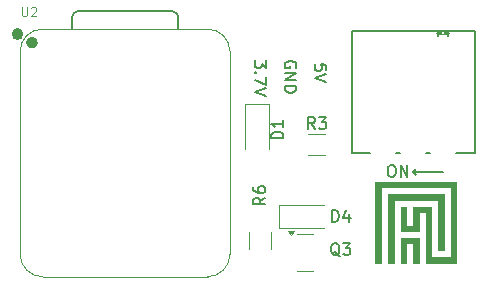
<source format=gbr>
%TF.GenerationSoftware,KiCad,Pcbnew,9.0.1*%
%TF.CreationDate,2025-04-11T12:26:53-04:00*%
%TF.ProjectId,Pneumatactors_1Xiao_CompactControl_Battery,506e6575-6d61-4746-9163-746f72735f31,rev?*%
%TF.SameCoordinates,Original*%
%TF.FileFunction,Legend,Top*%
%TF.FilePolarity,Positive*%
%FSLAX46Y46*%
G04 Gerber Fmt 4.6, Leading zero omitted, Abs format (unit mm)*
G04 Created by KiCad (PCBNEW 9.0.1) date 2025-04-11 12:26:53*
%MOMM*%
%LPD*%
G01*
G04 APERTURE LIST*
%ADD10C,0.150000*%
%ADD11C,0.106680*%
%ADD12C,0.120000*%
%ADD13C,0.152400*%
%ADD14C,0.000000*%
%ADD15C,0.100000*%
%ADD16C,0.127000*%
%ADD17C,0.504000*%
G04 APERTURE END LIST*
D10*
X50038000Y-32766000D02*
X49784000Y-33020000D01*
X52324000Y-33020000D02*
X49784000Y-33020000D01*
X49784000Y-33020000D02*
X50038000Y-33274000D01*
X49784000Y-33020000D02*
X50038000Y-32766000D01*
X47894952Y-32474819D02*
X48085428Y-32474819D01*
X48085428Y-32474819D02*
X48180666Y-32522438D01*
X48180666Y-32522438D02*
X48275904Y-32617676D01*
X48275904Y-32617676D02*
X48323523Y-32808152D01*
X48323523Y-32808152D02*
X48323523Y-33141485D01*
X48323523Y-33141485D02*
X48275904Y-33331961D01*
X48275904Y-33331961D02*
X48180666Y-33427200D01*
X48180666Y-33427200D02*
X48085428Y-33474819D01*
X48085428Y-33474819D02*
X47894952Y-33474819D01*
X47894952Y-33474819D02*
X47799714Y-33427200D01*
X47799714Y-33427200D02*
X47704476Y-33331961D01*
X47704476Y-33331961D02*
X47656857Y-33141485D01*
X47656857Y-33141485D02*
X47656857Y-32808152D01*
X47656857Y-32808152D02*
X47704476Y-32617676D01*
X47704476Y-32617676D02*
X47799714Y-32522438D01*
X47799714Y-32522438D02*
X47894952Y-32474819D01*
X48752095Y-33474819D02*
X48752095Y-32474819D01*
X48752095Y-32474819D02*
X49323523Y-33474819D01*
X49323523Y-33474819D02*
X49323523Y-32474819D01*
X43592761Y-40174057D02*
X43497523Y-40126438D01*
X43497523Y-40126438D02*
X43402285Y-40031200D01*
X43402285Y-40031200D02*
X43259428Y-39888342D01*
X43259428Y-39888342D02*
X43164190Y-39840723D01*
X43164190Y-39840723D02*
X43068952Y-39840723D01*
X43116571Y-40078819D02*
X43021333Y-40031200D01*
X43021333Y-40031200D02*
X42926095Y-39935961D01*
X42926095Y-39935961D02*
X42878476Y-39745485D01*
X42878476Y-39745485D02*
X42878476Y-39412152D01*
X42878476Y-39412152D02*
X42926095Y-39221676D01*
X42926095Y-39221676D02*
X43021333Y-39126438D01*
X43021333Y-39126438D02*
X43116571Y-39078819D01*
X43116571Y-39078819D02*
X43307047Y-39078819D01*
X43307047Y-39078819D02*
X43402285Y-39126438D01*
X43402285Y-39126438D02*
X43497523Y-39221676D01*
X43497523Y-39221676D02*
X43545142Y-39412152D01*
X43545142Y-39412152D02*
X43545142Y-39745485D01*
X43545142Y-39745485D02*
X43497523Y-39935961D01*
X43497523Y-39935961D02*
X43402285Y-40031200D01*
X43402285Y-40031200D02*
X43307047Y-40078819D01*
X43307047Y-40078819D02*
X43116571Y-40078819D01*
X43878476Y-39078819D02*
X44497523Y-39078819D01*
X44497523Y-39078819D02*
X44164190Y-39459771D01*
X44164190Y-39459771D02*
X44307047Y-39459771D01*
X44307047Y-39459771D02*
X44402285Y-39507390D01*
X44402285Y-39507390D02*
X44449904Y-39555009D01*
X44449904Y-39555009D02*
X44497523Y-39650247D01*
X44497523Y-39650247D02*
X44497523Y-39888342D01*
X44497523Y-39888342D02*
X44449904Y-39983580D01*
X44449904Y-39983580D02*
X44402285Y-40031200D01*
X44402285Y-40031200D02*
X44307047Y-40078819D01*
X44307047Y-40078819D02*
X44021333Y-40078819D01*
X44021333Y-40078819D02*
X43926095Y-40031200D01*
X43926095Y-40031200D02*
X43878476Y-39983580D01*
X51796819Y-21266149D02*
X52034914Y-21266149D01*
X51939676Y-21504244D02*
X52034914Y-21266149D01*
X52034914Y-21266149D02*
X51939676Y-21028054D01*
X52225390Y-21409006D02*
X52034914Y-21266149D01*
X52034914Y-21266149D02*
X52225390Y-21123292D01*
X52887180Y-21266150D02*
X52649085Y-21266150D01*
X52744323Y-21028055D02*
X52649085Y-21266150D01*
X52649085Y-21266150D02*
X52744323Y-21504245D01*
X52458609Y-21123293D02*
X52649085Y-21266150D01*
X52649085Y-21266150D02*
X52458609Y-21409007D01*
X42949905Y-37284819D02*
X42949905Y-36284819D01*
X42949905Y-36284819D02*
X43188000Y-36284819D01*
X43188000Y-36284819D02*
X43330857Y-36332438D01*
X43330857Y-36332438D02*
X43426095Y-36427676D01*
X43426095Y-36427676D02*
X43473714Y-36522914D01*
X43473714Y-36522914D02*
X43521333Y-36713390D01*
X43521333Y-36713390D02*
X43521333Y-36856247D01*
X43521333Y-36856247D02*
X43473714Y-37046723D01*
X43473714Y-37046723D02*
X43426095Y-37141961D01*
X43426095Y-37141961D02*
X43330857Y-37237200D01*
X43330857Y-37237200D02*
X43188000Y-37284819D01*
X43188000Y-37284819D02*
X42949905Y-37284819D01*
X44378476Y-36618152D02*
X44378476Y-37284819D01*
X44140381Y-36237200D02*
X43902286Y-36951485D01*
X43902286Y-36951485D02*
X44521333Y-36951485D01*
X37284819Y-35218666D02*
X36808628Y-35551999D01*
X37284819Y-35790094D02*
X36284819Y-35790094D01*
X36284819Y-35790094D02*
X36284819Y-35409142D01*
X36284819Y-35409142D02*
X36332438Y-35313904D01*
X36332438Y-35313904D02*
X36380057Y-35266285D01*
X36380057Y-35266285D02*
X36475295Y-35218666D01*
X36475295Y-35218666D02*
X36618152Y-35218666D01*
X36618152Y-35218666D02*
X36713390Y-35266285D01*
X36713390Y-35266285D02*
X36761009Y-35313904D01*
X36761009Y-35313904D02*
X36808628Y-35409142D01*
X36808628Y-35409142D02*
X36808628Y-35790094D01*
X36284819Y-34361523D02*
X36284819Y-34551999D01*
X36284819Y-34551999D02*
X36332438Y-34647237D01*
X36332438Y-34647237D02*
X36380057Y-34694856D01*
X36380057Y-34694856D02*
X36522914Y-34790094D01*
X36522914Y-34790094D02*
X36713390Y-34837713D01*
X36713390Y-34837713D02*
X37094342Y-34837713D01*
X37094342Y-34837713D02*
X37189580Y-34790094D01*
X37189580Y-34790094D02*
X37237200Y-34742475D01*
X37237200Y-34742475D02*
X37284819Y-34647237D01*
X37284819Y-34647237D02*
X37284819Y-34456761D01*
X37284819Y-34456761D02*
X37237200Y-34361523D01*
X37237200Y-34361523D02*
X37189580Y-34313904D01*
X37189580Y-34313904D02*
X37094342Y-34266285D01*
X37094342Y-34266285D02*
X36856247Y-34266285D01*
X36856247Y-34266285D02*
X36761009Y-34313904D01*
X36761009Y-34313904D02*
X36713390Y-34361523D01*
X36713390Y-34361523D02*
X36665771Y-34456761D01*
X36665771Y-34456761D02*
X36665771Y-34647237D01*
X36665771Y-34647237D02*
X36713390Y-34742475D01*
X36713390Y-34742475D02*
X36761009Y-34790094D01*
X36761009Y-34790094D02*
X36856247Y-34837713D01*
X41489333Y-29410819D02*
X41156000Y-28934628D01*
X40917905Y-29410819D02*
X40917905Y-28410819D01*
X40917905Y-28410819D02*
X41298857Y-28410819D01*
X41298857Y-28410819D02*
X41394095Y-28458438D01*
X41394095Y-28458438D02*
X41441714Y-28506057D01*
X41441714Y-28506057D02*
X41489333Y-28601295D01*
X41489333Y-28601295D02*
X41489333Y-28744152D01*
X41489333Y-28744152D02*
X41441714Y-28839390D01*
X41441714Y-28839390D02*
X41394095Y-28887009D01*
X41394095Y-28887009D02*
X41298857Y-28934628D01*
X41298857Y-28934628D02*
X40917905Y-28934628D01*
X41822667Y-28410819D02*
X42441714Y-28410819D01*
X42441714Y-28410819D02*
X42108381Y-28791771D01*
X42108381Y-28791771D02*
X42251238Y-28791771D01*
X42251238Y-28791771D02*
X42346476Y-28839390D01*
X42346476Y-28839390D02*
X42394095Y-28887009D01*
X42394095Y-28887009D02*
X42441714Y-28982247D01*
X42441714Y-28982247D02*
X42441714Y-29220342D01*
X42441714Y-29220342D02*
X42394095Y-29315580D01*
X42394095Y-29315580D02*
X42346476Y-29363200D01*
X42346476Y-29363200D02*
X42251238Y-29410819D01*
X42251238Y-29410819D02*
X41965524Y-29410819D01*
X41965524Y-29410819D02*
X41870286Y-29363200D01*
X41870286Y-29363200D02*
X41822667Y-29315580D01*
X38808819Y-30202094D02*
X37808819Y-30202094D01*
X37808819Y-30202094D02*
X37808819Y-29963999D01*
X37808819Y-29963999D02*
X37856438Y-29821142D01*
X37856438Y-29821142D02*
X37951676Y-29725904D01*
X37951676Y-29725904D02*
X38046914Y-29678285D01*
X38046914Y-29678285D02*
X38237390Y-29630666D01*
X38237390Y-29630666D02*
X38380247Y-29630666D01*
X38380247Y-29630666D02*
X38570723Y-29678285D01*
X38570723Y-29678285D02*
X38665961Y-29725904D01*
X38665961Y-29725904D02*
X38761200Y-29821142D01*
X38761200Y-29821142D02*
X38808819Y-29963999D01*
X38808819Y-29963999D02*
X38808819Y-30202094D01*
X38808819Y-28678285D02*
X38808819Y-29249713D01*
X38808819Y-28963999D02*
X37808819Y-28963999D01*
X37808819Y-28963999D02*
X37951676Y-29059237D01*
X37951676Y-29059237D02*
X38046914Y-29154475D01*
X38046914Y-29154475D02*
X38094533Y-29249713D01*
D11*
X16680814Y-19065391D02*
X16680814Y-19698698D01*
X16680814Y-19698698D02*
X16718068Y-19773204D01*
X16718068Y-19773204D02*
X16755321Y-19810458D01*
X16755321Y-19810458D02*
X16829828Y-19847711D01*
X16829828Y-19847711D02*
X16978841Y-19847711D01*
X16978841Y-19847711D02*
X17053348Y-19810458D01*
X17053348Y-19810458D02*
X17090601Y-19773204D01*
X17090601Y-19773204D02*
X17127854Y-19698698D01*
X17127854Y-19698698D02*
X17127854Y-19065391D01*
X17463134Y-19139898D02*
X17500387Y-19102644D01*
X17500387Y-19102644D02*
X17574894Y-19065391D01*
X17574894Y-19065391D02*
X17761161Y-19065391D01*
X17761161Y-19065391D02*
X17835667Y-19102644D01*
X17835667Y-19102644D02*
X17872921Y-19139898D01*
X17872921Y-19139898D02*
X17910174Y-19214404D01*
X17910174Y-19214404D02*
X17910174Y-19288911D01*
X17910174Y-19288911D02*
X17872921Y-19400671D01*
X17872921Y-19400671D02*
X17425881Y-19847711D01*
X17425881Y-19847711D02*
X17910174Y-19847711D01*
D10*
X37393180Y-23613541D02*
X37393180Y-24232588D01*
X37393180Y-24232588D02*
X37012228Y-23899255D01*
X37012228Y-23899255D02*
X37012228Y-24042112D01*
X37012228Y-24042112D02*
X36964609Y-24137350D01*
X36964609Y-24137350D02*
X36916990Y-24184969D01*
X36916990Y-24184969D02*
X36821752Y-24232588D01*
X36821752Y-24232588D02*
X36583657Y-24232588D01*
X36583657Y-24232588D02*
X36488419Y-24184969D01*
X36488419Y-24184969D02*
X36440800Y-24137350D01*
X36440800Y-24137350D02*
X36393180Y-24042112D01*
X36393180Y-24042112D02*
X36393180Y-23756398D01*
X36393180Y-23756398D02*
X36440800Y-23661160D01*
X36440800Y-23661160D02*
X36488419Y-23613541D01*
X36488419Y-24661160D02*
X36440800Y-24708779D01*
X36440800Y-24708779D02*
X36393180Y-24661160D01*
X36393180Y-24661160D02*
X36440800Y-24613541D01*
X36440800Y-24613541D02*
X36488419Y-24661160D01*
X36488419Y-24661160D02*
X36393180Y-24661160D01*
X37393180Y-25042112D02*
X37393180Y-25708778D01*
X37393180Y-25708778D02*
X36393180Y-25280207D01*
X37393180Y-25946874D02*
X36393180Y-26280207D01*
X36393180Y-26280207D02*
X37393180Y-26613540D01*
X39885561Y-24232588D02*
X39933180Y-24137350D01*
X39933180Y-24137350D02*
X39933180Y-23994493D01*
X39933180Y-23994493D02*
X39885561Y-23851636D01*
X39885561Y-23851636D02*
X39790323Y-23756398D01*
X39790323Y-23756398D02*
X39695085Y-23708779D01*
X39695085Y-23708779D02*
X39504609Y-23661160D01*
X39504609Y-23661160D02*
X39361752Y-23661160D01*
X39361752Y-23661160D02*
X39171276Y-23708779D01*
X39171276Y-23708779D02*
X39076038Y-23756398D01*
X39076038Y-23756398D02*
X38980800Y-23851636D01*
X38980800Y-23851636D02*
X38933180Y-23994493D01*
X38933180Y-23994493D02*
X38933180Y-24089731D01*
X38933180Y-24089731D02*
X38980800Y-24232588D01*
X38980800Y-24232588D02*
X39028419Y-24280207D01*
X39028419Y-24280207D02*
X39361752Y-24280207D01*
X39361752Y-24280207D02*
X39361752Y-24089731D01*
X38933180Y-24708779D02*
X39933180Y-24708779D01*
X39933180Y-24708779D02*
X38933180Y-25280207D01*
X38933180Y-25280207D02*
X39933180Y-25280207D01*
X38933180Y-25756398D02*
X39933180Y-25756398D01*
X39933180Y-25756398D02*
X39933180Y-25994493D01*
X39933180Y-25994493D02*
X39885561Y-26137350D01*
X39885561Y-26137350D02*
X39790323Y-26232588D01*
X39790323Y-26232588D02*
X39695085Y-26280207D01*
X39695085Y-26280207D02*
X39504609Y-26327826D01*
X39504609Y-26327826D02*
X39361752Y-26327826D01*
X39361752Y-26327826D02*
X39171276Y-26280207D01*
X39171276Y-26280207D02*
X39076038Y-26232588D01*
X39076038Y-26232588D02*
X38980800Y-26137350D01*
X38980800Y-26137350D02*
X38933180Y-25994493D01*
X38933180Y-25994493D02*
X38933180Y-25756398D01*
X42473180Y-24438969D02*
X42473180Y-23962779D01*
X42473180Y-23962779D02*
X41996990Y-23915160D01*
X41996990Y-23915160D02*
X42044609Y-23962779D01*
X42044609Y-23962779D02*
X42092228Y-24058017D01*
X42092228Y-24058017D02*
X42092228Y-24296112D01*
X42092228Y-24296112D02*
X42044609Y-24391350D01*
X42044609Y-24391350D02*
X41996990Y-24438969D01*
X41996990Y-24438969D02*
X41901752Y-24486588D01*
X41901752Y-24486588D02*
X41663657Y-24486588D01*
X41663657Y-24486588D02*
X41568419Y-24438969D01*
X41568419Y-24438969D02*
X41520800Y-24391350D01*
X41520800Y-24391350D02*
X41473180Y-24296112D01*
X41473180Y-24296112D02*
X41473180Y-24058017D01*
X41473180Y-24058017D02*
X41520800Y-23962779D01*
X41520800Y-23962779D02*
X41568419Y-23915160D01*
X42473180Y-24772303D02*
X41473180Y-25105636D01*
X41473180Y-25105636D02*
X42473180Y-25438969D01*
D12*
%TO.C,Q3*%
X40640000Y-38318000D02*
X39990000Y-38318000D01*
X40640000Y-38318000D02*
X41290000Y-38318000D01*
X40640000Y-41438000D02*
X39990000Y-41438000D01*
X40640000Y-41438000D02*
X41290000Y-41438000D01*
X39477500Y-38368000D02*
X39237500Y-38038000D01*
X39717500Y-38038000D01*
X39477500Y-38368000D01*
G36*
X39477500Y-38368000D02*
G01*
X39237500Y-38038000D01*
X39717500Y-38038000D01*
X39477500Y-38368000D01*
G37*
D13*
%TO.C,U1*%
X44595000Y-21139150D02*
X44595000Y-31426150D01*
X44595000Y-31426150D02*
X46136301Y-31426150D01*
X48387699Y-31426150D02*
X48676301Y-31426150D01*
X50927699Y-31426150D02*
X51216301Y-31426150D01*
X53467699Y-31426150D02*
X55009000Y-31426150D01*
X55009000Y-21139150D02*
X44595000Y-21139150D01*
X55009000Y-31426150D02*
X55009000Y-21139150D01*
D12*
%TO.C,D4*%
X38430000Y-35830000D02*
X38430000Y-37830000D01*
X38430000Y-35830000D02*
X42290000Y-35830000D01*
X38430000Y-37830000D02*
X42290000Y-37830000D01*
%TO.C,R6*%
X35920000Y-38134936D02*
X35920000Y-39589064D01*
X37740000Y-38134936D02*
X37740000Y-39589064D01*
%TO.C,R3*%
X40928936Y-29824000D02*
X42383064Y-29824000D01*
X40928936Y-31644000D02*
X42383064Y-31644000D01*
%TO.C,D1*%
X35594000Y-27258000D02*
X35594000Y-31118000D01*
X37594000Y-27258000D02*
X35594000Y-27258000D01*
X37594000Y-27258000D02*
X37594000Y-31118000D01*
D14*
%TO.C,G\u002A\u002A\u002A*%
G36*
X50384448Y-39732373D02*
G01*
X50384448Y-40808954D01*
X50092494Y-40808954D01*
X49800540Y-40808954D01*
X49800540Y-39987833D01*
X49800540Y-39166712D01*
X49563327Y-39166712D01*
X49326115Y-39166712D01*
X49326115Y-39987833D01*
X49326115Y-40808954D01*
X49034161Y-40808954D01*
X48742207Y-40808954D01*
X48742207Y-39732373D01*
X48742207Y-38655793D01*
X49563327Y-38655793D01*
X50384448Y-38655793D01*
X50384448Y-39732373D01*
G37*
G36*
X52501115Y-37323753D02*
G01*
X52501115Y-39714126D01*
X52227408Y-39714126D01*
X51953701Y-39714126D01*
X51953701Y-37597460D01*
X51953701Y-35480793D01*
X50110741Y-35480793D01*
X48267781Y-35480793D01*
X48267781Y-38144873D01*
X48267781Y-40808954D01*
X47975827Y-40808954D01*
X47683873Y-40808954D01*
X47683873Y-37871166D01*
X47683873Y-34933379D01*
X50092494Y-34933379D01*
X52501115Y-34933379D01*
X52501115Y-37323753D01*
G37*
G36*
X53559448Y-37360247D02*
G01*
X53559448Y-40845448D01*
X52227408Y-40845448D01*
X50895368Y-40845448D01*
X50895368Y-38692287D01*
X50895368Y-36539126D01*
X50639908Y-36539126D01*
X50384448Y-36539126D01*
X50384448Y-37323753D01*
X50384448Y-38108379D01*
X49563327Y-38108379D01*
X48742207Y-38108379D01*
X48742207Y-37050046D01*
X48742207Y-35991712D01*
X49034161Y-35991712D01*
X49326115Y-35991712D01*
X49326115Y-36794586D01*
X49326115Y-37597460D01*
X49563327Y-37597460D01*
X49800540Y-37597460D01*
X49800540Y-36794586D01*
X49800540Y-35991712D01*
X50621661Y-35991712D01*
X51442781Y-35991712D01*
X51442781Y-38108379D01*
X51442781Y-40225046D01*
X52227408Y-40225046D01*
X53012034Y-40225046D01*
X53012034Y-37323753D01*
X53012034Y-34422460D01*
X50092494Y-34422460D01*
X47172954Y-34422460D01*
X47172954Y-37615707D01*
X47172954Y-40808954D01*
X46862753Y-40808954D01*
X46552552Y-40808954D01*
X46552552Y-37342000D01*
X46552552Y-33875046D01*
X50056000Y-33875046D01*
X53559448Y-33875046D01*
X53559448Y-37360247D01*
G37*
D15*
%TO.C,U2*%
X16528000Y-40009000D02*
X16528000Y-22864000D01*
X18433000Y-41914000D02*
X32403000Y-41914000D01*
D16*
X20923000Y-20959000D02*
X20926728Y-19948728D01*
X21426728Y-19449000D02*
X29422000Y-19449000D01*
X29922000Y-19949000D02*
X29922000Y-20959000D01*
D15*
X32403000Y-20959000D02*
X18433000Y-20959000D01*
X34308000Y-40009000D02*
X34308000Y-22864000D01*
X16528000Y-22860000D02*
G75*
G02*
X18433000Y-20955000I1905001J-1D01*
G01*
X18433000Y-41914000D02*
G75*
G02*
X16528000Y-40009000I1J1905001D01*
G01*
D16*
X20926728Y-19948728D02*
G75*
G02*
X21426728Y-19449001I500018J-291D01*
G01*
X29422000Y-19449000D02*
G75*
G02*
X29921994Y-19949000I-6J-500000D01*
G01*
D15*
X32403000Y-20959000D02*
G75*
G02*
X34307994Y-22864000I-6J-1905000D01*
G01*
X34308000Y-40009000D02*
G75*
G02*
X32403000Y-41914006I-1905006J0D01*
G01*
D17*
X16570000Y-21375000D02*
G75*
G02*
X16066000Y-21375000I-252000J0D01*
G01*
X16066000Y-21375000D02*
G75*
G02*
X16570000Y-21375000I252000J0D01*
G01*
X17787000Y-22098000D02*
G75*
G02*
X17283000Y-22098000I-252000J0D01*
G01*
X17283000Y-22098000D02*
G75*
G02*
X17787000Y-22098000I252000J0D01*
G01*
%TD*%
M02*

</source>
